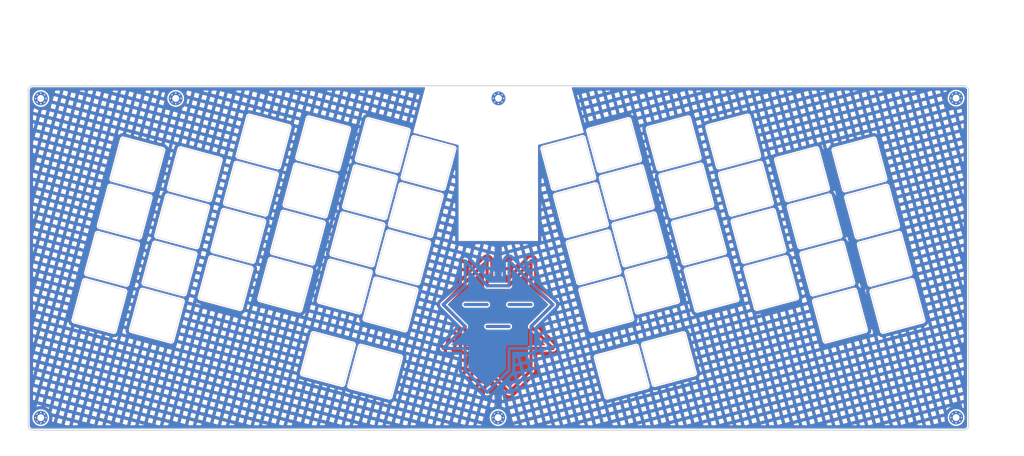
<source format=kicad_pcb>
(kicad_pcb (version 20220131) (generator pcbnew)
  (title_block (title "plate") (rev "v1.0.0") (company "Unknown"))
  (layers (0 "F.Cu" signal) (31 "B.Cu" signal) (34 "B.Paste" user) (35 "F.Paste" user) (36 "B.SilkS" user "B.Silkscreen") (37 "F.SilkS" user "F.Silkscreen") (38 "B.Mask" user) (39 "F.Mask" user) (44 "Edge.Cuts" user))
  (net 0 "")
  (footprint "MountingHole:MountingHole_2.2mm_M2_Pad_Via" (layer "F.Cu") (at 68.49 180.12)
    (fp_text reference "REF**" hide)
    (fp_text value "MountingHole_2.2mm_M2_Pad_Via")
    (pad "1" thru_hole circle (at -1.65 0) (size 0.7 0.7) (drill 0.4) (layers *.Cu *.Mask))
    (pad "1" thru_hole circle (at -1.166726 -1.166726) (size 0.7 0.7) (drill 0.4) (layers *.Cu *.Mask))
    (pad "1" thru_hole circle (at -1.166726 1.166726) (size 0.7 0.7) (drill 0.4) (layers *.Cu *.Mask))
    (pad "1" thru_hole circle (at 0 -1.65) (size 0.7 0.7) (drill 0.4) (layers *.Cu *.Mask))
    (pad "1" thru_hole circle (at 0 0) (size 4.4 4.4) (drill 2.2) (layers *.Cu *.Mask))
    (pad "1" thru_hole circle (at 0 1.65) (size 0.7 0.7) (drill 0.4) (layers *.Cu *.Mask))
    (pad "1" thru_hole circle (at 1.166726 -1.166726) (size 0.7 0.7) (drill 0.4) (layers *.Cu *.Mask))
    (pad "1" thru_hole circle (at 1.166726 1.166726) (size 0.7 0.7) (drill 0.4) (layers *.Cu *.Mask))
    (pad "1" thru_hole circle (at 1.65 0) (size 0.7 0.7) (drill 0.4) (layers *.Cu *.Mask))
  )
  (footprint "MountingHole:MountingHole_2.2mm_M2_Pad_Via" (layer "F.Cu") (at 111.54 78.14)
    (fp_text reference "REF**" hide)
    (fp_text value "MountingHole_2.2mm_M2_Pad_Via")
    (pad "1" thru_hole circle (at -1.65 0) (size 0.7 0.7) (drill 0.4) (layers *.Cu *.Mask))
    (pad "1" thru_hole circle (at -1.166726 -1.166726) (size 0.7 0.7) (drill 0.4) (layers *.Cu *.Mask))
    (pad "1" thru_hole circle (at -1.166726 1.166726) (size 0.7 0.7) (drill 0.4) (layers *.Cu *.Mask))
    (pad "1" thru_hole circle (at 0 -1.65) (size 0.7 0.7) (drill 0.4) (layers *.Cu *.Mask))
    (pad "1" thru_hole circle (at 0 0) (size 4.4 4.4) (drill 2.2) (layers *.Cu *.Mask))
    (pad "1" thru_hole circle (at 0 1.65) (size 0.7 0.7) (drill 0.4) (layers *.Cu *.Mask))
    (pad "1" thru_hole circle (at 1.166726 -1.166726) (size 0.7 0.7) (drill 0.4) (layers *.Cu *.Mask))
    (pad "1" thru_hole circle (at 1.166726 1.166726) (size 0.7 0.7) (drill 0.4) (layers *.Cu *.Mask))
    (pad "1" thru_hole circle (at 1.65 0) (size 0.7 0.7) (drill 0.4) (layers *.Cu *.Mask))
  )
  (footprint "MountingHole:MountingHole_2.2mm_M2_Pad_Via" (layer "F.Cu") (at 68.51 78.15)
    (fp_text reference "REF**" hide)
    (fp_text value "MountingHole_2.2mm_M2_Pad_Via")
    (pad "1" thru_hole circle (at -1.65 0) (size 0.7 0.7) (drill 0.4) (layers *.Cu *.Mask))
    (pad "1" thru_hole circle (at -1.166726 -1.166726) (size 0.7 0.7) (drill 0.4) (layers *.Cu *.Mask))
    (pad "1" thru_hole circle (at -1.166726 1.166726) (size 0.7 0.7) (drill 0.4) (layers *.Cu *.Mask))
    (pad "1" thru_hole circle (at 0 -1.65) (size 0.7 0.7) (drill 0.4) (layers *.Cu *.Mask))
    (pad "1" thru_hole circle (at 0 0) (size 4.4 4.4) (drill 2.2) (layers *.Cu *.Mask))
    (pad "1" thru_hole circle (at 0 1.65) (size 0.7 0.7) (drill 0.4) (layers *.Cu *.Mask))
    (pad "1" thru_hole circle (at 1.166726 -1.166726) (size 0.7 0.7) (drill 0.4) (layers *.Cu *.Mask))
    (pad "1" thru_hole circle (at 1.166726 1.166726) (size 0.7 0.7) (drill 0.4) (layers *.Cu *.Mask))
    (pad "1" thru_hole circle (at 1.65 0) (size 0.7 0.7) (drill 0.4) (layers *.Cu *.Mask))
  )
  (footprint "MountingHole:MountingHole_2.2mm_M2_Pad_Via" (layer "F.Cu") (at 214.4 180.09)
    (fp_text reference "REF**" hide)
    (fp_text value "MountingHole_2.2mm_M2_Pad_Via")
    (pad "1" thru_hole circle (at -1.65 0) (size 0.7 0.7) (drill 0.4) (layers *.Cu *.Mask))
    (pad "1" thru_hole circle (at -1.166726 -1.166726) (size 0.7 0.7) (drill 0.4) (layers *.Cu *.Mask))
    (pad "1" thru_hole circle (at -1.166726 1.166726) (size 0.7 0.7) (drill 0.4) (layers *.Cu *.Mask))
    (pad "1" thru_hole circle (at 0 -1.65) (size 0.7 0.7) (drill 0.4) (layers *.Cu *.Mask))
    (pad "1" thru_hole circle (at 0 0) (size 4.4 4.4) (drill 2.2) (layers *.Cu *.Mask))
    (pad "1" thru_hole circle (at 0 1.65) (size 0.7 0.7) (drill 0.4) (layers *.Cu *.Mask))
    (pad "1" thru_hole circle (at 1.166726 -1.166726) (size 0.7 0.7) (drill 0.4) (layers *.Cu *.Mask))
    (pad "1" thru_hole circle (at 1.166726 1.166726) (size 0.7 0.7) (drill 0.4) (layers *.Cu *.Mask))
    (pad "1" thru_hole circle (at 1.65 0) (size 0.7 0.7) (drill 0.4) (layers *.Cu *.Mask))
  )
  (footprint "MountingHole:MountingHole_2.2mm_M2_Pad_Via" (layer "F.Cu") (at 360.52 180.07)
    (fp_text reference "REF**" hide)
    (fp_text value "MountingHole_2.2mm_M2_Pad_Via")
    (pad "1" thru_hole circle (at -1.65 0) (size 0.7 0.7) (drill 0.4) (layers *.Cu *.Mask))
    (pad "1" thru_hole circle (at -1.166726 -1.166726) (size 0.7 0.7) (drill 0.4) (layers *.Cu *.Mask))
    (pad "1" thru_hole circle (at -1.166726 1.166726) (size 0.7 0.7) (drill 0.4) (layers *.Cu *.Mask))
    (pad "1" thru_hole circle (at 0 -1.65) (size 0.7 0.7) (drill 0.4) (layers *.Cu *.Mask))
    (pad "1" thru_hole circle (at 0 0) (size 4.4 4.4) (drill 2.2) (layers *.Cu *.Mask))
    (pad "1" thru_hole circle (at 0 1.65) (size 0.7 0.7) (drill 0.4) (layers *.Cu *.Mask))
    (pad "1" thru_hole circle (at 1.166726 -1.166726) (size 0.7 0.7) (drill 0.4) (layers *.Cu *.Mask))
    (pad "1" thru_hole circle (at 1.166726 1.166726) (size 0.7 0.7) (drill 0.4) (layers *.Cu *.Mask))
    (pad "1" thru_hole circle (at 1.65 0) (size 0.7 0.7) (drill 0.4) (layers *.Cu *.Mask))
  )
  (footprint "MountingHole:MountingHole_2.2mm_M2_Pad_Via" (layer "F.Cu") (at 214.51 78.11)
    (fp_text reference "REF**" hide)
    (fp_text value "MountingHole_2.2mm_M2_Pad_Via")
    (pad "1" thru_hole circle (at -1.65 0) (size 0.7 0.7) (drill 0.4) (layers *.Cu *.Mask))
    (pad "1" thru_hole circle (at -1.166726 -1.166726) (size 0.7 0.7) (drill 0.4) (layers *.Cu *.Mask))
    (pad "1" thru_hole circle (at -1.166726 1.166726) (size 0.7 0.7) (drill 0.4) (layers *.Cu *.Mask))
    (pad "1" thru_hole circle (at 0 -1.65) (size 0.7 0.7) (drill 0.4) (layers *.Cu *.Mask))
    (pad "1" thru_hole circle (at 0 0) (size 4.4 4.4) (drill 2.2) (layers *.Cu *.Mask))
    (pad "1" thru_hole circle (at 0 1.65) (size 0.7 0.7) (drill 0.4) (layers *.Cu *.Mask))
    (pad "1" thru_hole circle (at 1.166726 -1.166726) (size 0.7 0.7) (drill 0.4) (layers *.Cu *.Mask))
    (pad "1" thru_hole circle (at 1.166726 1.166726) (size 0.7 0.7) (drill 0.4) (layers *.Cu *.Mask))
    (pad "1" thru_hole circle (at 1.65 0) (size 0.7 0.7) (drill 0.4) (layers *.Cu *.Mask))
  )
  (footprint "MountingHole:MountingHole_2.2mm_M2_Pad_Via" (layer "F.Cu") (at 360.51 78.06)
    (fp_text reference "REF**" hide)
    (fp_text value "MountingHole_2.2mm_M2_Pad_Via")
    (pad "1" thru_hole circle (at -1.65 0) (size 0.7 0.7) (drill 0.4) (layers *.Cu *.Mask))
    (pad "1" thru_hole circle (at -1.166726 -1.166726) (size 0.7 0.7) (drill 0.4) (layers *.Cu *.Mask))
    (pad "1" thru_hole circle (at -1.166726 1.166726) (size 0.7 0.7) (drill 0.4) (layers *.Cu *.Mask))
    (pad "1" thru_hole circle (at 0 -1.65) (size 0.7 0.7) (drill 0.4) (layers *.Cu *.Mask))
    (pad "1" thru_hole circle (at 0 0) (size 4.4 4.4) (drill 2.2) (layers *.Cu *.Mask))
    (pad "1" thru_hole circle (at 0 1.65) (size 0.7 0.7) (drill 0.4) (layers *.Cu *.Mask))
    (pad "1" thru_hole circle (at 1.166726 -1.166726) (size 0.7 0.7) (drill 0.4) (layers *.Cu *.Mask))
    (pad "1" thru_hole circle (at 1.166726 1.166726) (size 0.7 0.7) (drill 0.4) (layers *.Cu *.Mask))
    (pad "1" thru_hole circle (at 1.65 0) (size 0.7 0.7) (drill 0.4) (layers *.Cu *.Mask))
  )
  (gr_line (start 210.9 164.99) (end 210.9 157.99) (stroke (width 1)) (layer "F.Cu"))
  (gr_line (start 217.9 171.99) (end 210.9 164.99) (stroke (width 1)) (layer "F.Cu"))
  (gr_line (start 224.9 137.99) (end 231.9 143.99) (stroke (width 1)) (layer "F.Cu"))
  (gr_line (start 210.9 150.99) (end 217.9 150.99) (stroke (width 1)) (layer "F.Cu"))
  (gr_line (start 217.9 137.99) (end 224.9 129.99) (stroke (width 1)) (layer "F.Cu"))
  (gr_line (start 203.9 143.99) (end 210.9 143.99) (stroke (width 1)) (layer "F.Cu"))
  (gr_line (start 217.9 143.99) (end 224.9 143.99) (stroke (width 1)) (layer "F.Cu"))
  (gr_line (start 231.9 157.99) (end 224.9 157.99) (stroke (width 1)) (layer "F.Cu"))
  (gr_line (start 231.9 143.99) (end 224.9 150.99) (stroke (width 1)) (layer "F.Cu"))
  (gr_line (start 210.9 129.99) (end 210.9 137.99) (stroke (width 1)) (layer "F.Cu"))
  (gr_line (start 210.9 137.99) (end 217.9 137.99) (stroke (width 1)) (layer "F.Cu"))
  (gr_line (start 203.9 157.99) (end 203.9 150.99) (stroke (width 1)) (layer "F.Cu"))
  (gr_line (start 210.9 157.99) (end 203.9 157.99) (stroke (width 1)) (layer "F.Cu"))
  (gr_line (start 224.9 164.99) (end 217.9 171.99) (stroke (width 1)) (layer "F.Cu"))
  (gr_line (start 196.9 143.99) (end 210.9 129.99) (stroke (width 1)) (layer "F.Cu"))
  (gr_line (start 224.9 157.99) (end 224.9 164.99) (stroke (width 1)) (layer "F.Cu"))
  (gr_line (start 203.9 150.99) (end 196.9 143.99) (stroke (width 1)) (layer "F.Cu"))
  (gr_line (start 224.9 150.99) (end 231.9 157.99) (stroke (width 1)) (layer "F.Cu"))
  (gr_line (start 224.9 129.99) (end 224.9 137.99) (stroke (width 1)) (layer "F.Cu"))
  (gr_line (start 224.9 157.99) (end 217.9 157.99) (stroke (width 1)) (layer "B.Cu"))
  (gr_line (start 231.9 143.99) (end 224.9 150.99) (stroke (width 1)) (layer "B.Cu"))
  (gr_line (start 217.9 137.99) (end 217.9 129.99) (stroke (width 1)) (layer "B.Cu"))
  (gr_line (start 196.9 157.99) (end 203.9 150.99) (stroke (width 1)) (layer "B.Cu"))
  (gr_line (start 203.9 129.99) (end 210.9 137.99) (stroke (width 1)) (layer "B.Cu"))
  (gr_line (start 217.9 137.99) (end 217.9 129.99) (stroke (width 1)) (layer "B.Cu"))
  (gr_line (start 210.9 150.99) (end 217.9 150.99) (stroke (width 1)) (layer "B.Cu"))
  (gr_line (start 210.9 143.99) (end 203.9 143.99) (stroke (width 1)) (layer "B.Cu"))
  (gr_line (start 210.9 171.99) (end 203.9 164.99) (stroke (width 1)) (layer "B.Cu"))
  (gr_line (start 196.9 143.99) (end 203.9 137.99) (stroke (width 1)) (layer "B.Cu"))
  (gr_line (start 210.9 137.99) (end 217.9 137.99) (stroke (width 1)) (layer "B.Cu"))
  (gr_line (start 224.9 150.99) (end 224.9 157.99) (stroke (width 1)) (layer "B.Cu"))
  (gr_line (start 203.9 137.99) (end 203.9 129.99) (stroke (width 1)) (layer "B.Cu"))
  (gr_line (start 217.9 129.99) (end 231.9 143.99) (stroke (width 1)) (layer "B.Cu"))
  (gr_line (start 217.9 157.99) (end 217.9 164.99) (stroke (width 1)) (layer "B.Cu"))
  (gr_line (start 203.9 150.99) (end 196.9 143.99) (stroke (width 1)) (layer "B.Cu"))
  (gr_line (start 217.9 164.99) (end 210.9 171.99) (stroke (width 1)) (layer "B.Cu"))
  (gr_line (start 203.9 164.99) (end 203.9 157.99) (stroke (width 1)) (layer "B.Cu"))
  (gr_line (start 217.9 143.99) (end 224.9 143.99) (stroke (width 1)) (layer "B.Cu"))
  (gr_line (start 203.9 157.99) (end 196.9 157.99) (stroke (width 1)) (layer "B.Cu"))
  (gr_arc (start 338.189681 105.8576) (mid 338.56909 105.90755) (end 338.802053 106.211152) (stroke (width 0.15)) (layer "Edge.Cuts"))
  (gr_arc (start 329.256112 122.745208) (mid 328.876702 122.695258) (end 328.643739 122.391655) (stroke (width 0.15)) (layer "Edge.Cuts"))
  (gr_arc (start 127.454121 112.053163) (mid 127.150518 111.8202) (end 127.100567 111.440791) (stroke (width 0.15)) (layer "Edge.Cuts"))
  (gr_line (start 249.364524 173.864521) (end 261.921559 170.499873) (stroke (width 0.15)) (layer "Edge.Cuts"))
  (gr_line (start 245.30166 105.382603) (end 232.744625 108.74725) (stroke (width 0.15)) (layer "Edge.Cuts"))
  (gr_arc (start 362.99934 74.09066) (mid 364.06 74.53) (end 364.49934 75.59066) (stroke (width 0.3)) (layer "Edge.Cuts"))
  (gr_arc (start 192.216477 123.815693) (mid 192.52008 124.048656) (end 192.570031 124.428065) (stroke (width 0.15)) (layer "Edge.Cuts"))
  (gr_line (start 346.204278 133.836631) (end 342.839631 121.279595) (stroke (width 0.15)) (layer "Edge.Cuts"))
  (gr_line (start 154.56143 132.593962) (end 142.004394 129.229314) (stroke (width 0.15)) (layer "Edge.Cuts"))
  (gr_line (start 236.368091 122.270212) (end 248.925127 118.905564) (stroke (width 0.15)) (layer "Edge.Cuts"))
  (gr_line (start 309.973266 141.577677) (end 306.608619 129.020641) (stroke (width 0.15)) (layer "Edge.Cuts"))
  (gr_arc (start 159.62549 115.626484) (mid 159.392527 115.930087) (end 159.013118 115.980038) (stroke (width 0.15)) (layer "Edge.Cuts"))
  (gr_arc (start 162.636584 102.457076) (mid 162.940187 102.690039) (end 162.990138 103.069448) (stroke (width 0.15)) (layer "Edge.Cuts"))
  (gr_arc (start 245.387504 160.953932) (mid 245.437454 160.574522) (end 245.741057 160.341559) (stroke (width 0.15)) (layer "Edge.Cuts"))
  (gr_line (start 286.933728 127.071461) (end 283.569081 114.514425) (stroke (width 0.15)) (layer "Edge.Cuts"))
  (gr_line (start 263.954747 114.723098) (end 251.397711 118.087746) (stroke (width 0.15)) (layer "Edge.Cuts"))
  (gr_line (start 319.008705 155.979876) (end 331.565741 152.615229) (stroke (width 0.15)) (layer "Edge.Cuts"))
  (gr_line (start 289.04808 117.575665) (end 292.412728 130.1327) (stroke (width 0.15)) (layer "Edge.Cuts"))
  (gr_arc (start 259.91717 99.654655) (mid 260.296579 99.704606) (end 260.529542 100.008209) (stroke (width 0.15)) (layer "Edge.Cuts"))
  (gr_arc (start 250.9836 116.542265) (mid 250.604191 116.492314) (end 250.371228 116.188711) (stroke (width 0.15)) (layer "Edge.Cuts"))
  (gr_line (start 136.585952 130.1327) (end 139.950599 117.575665) (stroke (width 0.15)) (layer "Edge.Cuts"))
  (gr_arc (start 262.275112 169.887502) (mid 262.225162 170.266911) (end 261.921559 170.499873) (stroke (width 0.15)) (layer "Edge.Cuts"))
  (gr_arc (start 342.166701 118.768188) (mid 342.116751 119.147598) (end 341.813148 119.380561) (stroke (width 0.15)) (layer "Edge.Cuts"))
  (gr_arc (start 179.04707 120.804598) (mid 179.280033 120.500996) (end 179.659442 120.451046) (stroke (width 0.15)) (layer "Edge.Cuts"))
  (gr_line (start 121.688595 112.320029) (end 109.131559 108.955381) (stroke (width 0.15)) (layer "Edge.Cuts"))
  (gr_arc (start 131.491697 96.984721) (mid 131.188094 96.751758) (end 131.138144 96.372348) (stroke (width 0.15)) (layer "Edge.Cuts"))
  (gr_arc (start 236.368091 122.270212) (mid 235.988682 122.220261) (end 235.755719 121.916658) (stroke (width 0.15)) (layer "Edge.Cuts"))
  (gr_line (start 127.454121 112.053163) (end 140.011157 115.417811) (stroke (width 0.15)) (layer "Edge.Cuts"))
  (gr_line (start 138.380928 142.752276) (end 150.937963 146.116923) (stroke (width 0.15)) (layer "Edge.Cuts"))
  (gr_arc (start 155.019771 153.292888) (mid 155.252734 152.989285) (end 155.632144 152.939335) (stroke (width 0.15)) (layer "Edge.Cuts"))
  (gr_arc (start 176.035976 133.974007) (mid 175.732373 133.741044) (end 175.682422 133.361635) (stroke (width 0.15)) (layer "Edge.Cuts"))
  (gr_line (start 172.506714 84.939766) (end 169.142067 97.496802) (stroke (width 0.15)) (layer "Edge.Cuts"))
  (gr_line (start 160.393983 130.145095) (end 157.029335 142.70213) (stroke (width 0.15)) (layer "Edge.Cuts"))
  (gr_line (start 169.49562 98.109174) (end 182.052656 101.473822) (stroke (width 0.15)) (layer "Edge.Cuts"))
  (gr_line (start 255.081735 133.768561) (end 258.446382 146.325597) (stroke (width 0.15)) (layer "Edge.Cuts"))
  (gr_line (start 290.971305 142.139904) (end 287.606658 129.582868) (stroke (width 0.15)) (layer "Edge.Cuts"))
  (gr_line (start 342.166701 118.768188) (end 338.802053 106.211152) (stroke (width 0.15)) (layer "Edge.Cuts"))
  (gr_line (start 250.983601 116.542265) (end 263.540636 113.177617) (stroke (width 0.15)) (layer "Edge.Cuts"))
  (gr_arc (start 228.353494 94.291179) (mid 228.403445 93.91177) (end 228.707048 93.678807) (stroke (width 0.15)) (layer "Edge.Cuts"))
  (gr_line (start 118.677501 125.489437) (end 122.042149 112.932401) (stroke (width 0.15)) (layer "Edge.Cuts"))
  (gr_arc (start 113.613442 142.456915) (mid 113.917044 142.689878) (end 113.966994 143.069287) (stroke (width 0.15)) (layer "Edge.Cuts"))
  (gr_line (start 140.623529 115.064257) (end 143.988176 102.507222) (stroke (width 0.15)) (layer "Edge.Cuts"))
  (gr_line (start 173.563391 133.156189) (end 161.006355 129.791541) (stroke (width 0.15)) (layer "Edge.Cuts"))
  (gr_line (start 277.343556 165.849924) (end 273.978908 153.292888) (stroke (width 0.15)) (layer "Edge.Cuts"))
  (gr_line (start 168.469137 100.008209) (end 165.10449 112.565245) (stroke (width 0.15)) (layer "Edge.Cuts"))
  (gr_arc (start 138.380928 142.752276) (mid 138.077325 142.519313) (end 138.027374 142.139904) (stroke (width 0.15)) (layer "Edge.Cuts"))
  (gr_arc (start 327.942274 139.092267) (mid 328.321684 139.142217) (end 328.554647 139.44582) (stroke (width 0.15)) (layer "Edge.Cuts"))
  (gr_line (start 183.257622 160.341559) (end 170.700586 156.976912) (stroke (width 0.15)) (layer "Edge.Cuts"))
  (gr_arc (start 278.060715 146.116923) (mid 277.681306 146.066973) (end 277.448344 145.76337) (stroke (width 0.15)) (layer "Edge.Cuts"))
  (gr_line (start 144.661106 99.995815) (end 148.025754 87.438779) (stroke (width 0.15)) (layer "Edge.Cuts"))
  (gr_arc (start 251.044158 118.700119) (mid 251.094108 118.320709) (end 251.397711 118.087746) (stroke (width 0.15)) (layer "Edge.Cuts"))
  (gr_arc (start 141.392022 129.582868) (mid 141.624985 129.279265) (end 142.004394 129.229314) (stroke (width 0.15)) (layer "Edge.Cuts"))
  (gr_arc (start 188.1789 138.884136) (mid 188.482503 139.117099) (end 188.532454 139.496508) (stroke (width 0.15)) (layer "Edge.Cuts"))
  (gr_line (start 329.256112 122.745208) (end 341.813148 119.380561) (stroke (width 0.15)) (layer "Edge.Cuts"))
  (gr_arc (start 79.110378 149.517446) (mid 78.806775 149.284483) (end 78.756824 148.905074) (stroke (width 0.15)) (layer "Edge.Cuts"))
  (gr_arc (start 149.467177 99.445982) (mid 149.700139 99.142379) (end 150.079548 99.092429) (stroke (width 0.15)) (layer "Edge.Cuts"))
  (gr_line (start 79.110378 149.517446) (end 91.667413 152.882094) (stroke (width 0.15)) (layer "Edge.Cuts"))
  (gr_arc (start 337.331265 152.882093) (mid 336.951856 152.832143) (end 336.718894 152.52854) (stroke (width 0.15)) (layer "Edge.Cuts"))
  (gr_arc (start 245.30166 105.382603) (mid 245.68107 105.432553) (end 245.914033 105.736156) (stroke (width 0.15)) (layer "Edge.Cuts"))
  (gr_arc (start 240.466225 139.496508) (mid 240.516176 139.117099) (end 240.819779 138.884136) (stroke (width 0.15)) (layer "Edge.Cuts"))
  (gr_line (start 94.234203 91.14271) (end 90.869556 103.699745) (stroke (width 0.15)) (layer "Edge.Cuts"))
  (gr_line (start 95.29088 139.359132) (end 82.733844 135.994485) (stroke (width 0.15)) (layer "Edge.Cuts"))
  (gr_line (start 159.62549 115.626484) (end 162.990138 103.069448) (stroke (width 0.15)) (layer "Edge.Cuts"))
  (gr_arc (start 97.432938 152.615229) (mid 97.129335 152.382266) (end 97.079385 152.002856) (stroke (width 0.15)) (layer "Edge.Cuts"))
  (gr_line (start 82.121472 136.348038) (end 78.756824 148.905074) (stroke (width 0.15)) (layer "Edge.Cuts"))
  (gr_arc (start 319.86712 108.955381) (mid 320.246529 109.005332) (end 320.479492 109.308935) (stroke (width 0.15)) (layer "Edge.Cuts"))
  (gr_line (start 166.674161 87.388633) (end 154.117125 84.023986) (stroke (width 0.15)) (layer "Edge.Cuts"))
  (gr_arc (start 310.994109 128.000844) (mid 311.044059 127.621435) (end 311.347661 127.388472) (stroke (width 0.15)) (layer "Edge.Cuts"))
  (gr_line (start 175.009492 135.873042) (end 171.644845 148.430078) (stroke (width 0.15)) (layer "Edge.Cuts"))
  (gr_arc (start 178.627451 116.188711) (mid 178.394488 116.492314) (end 178.015079 116.542265) (stroke (width 0.15)) (layer "Edge.Cuts"))
  (gr_line (start 259.058755 146.67915) (end 271.615791 143.314503) (stroke (width 0.15)) (layer "Edge.Cuts"))
  (gr_arc (start 117.651019 127.388471) (mid 117.954622 127.621434) (end 118.004572 128.000844) (stroke (width 0.15)) (layer "Edge.Cuts"))
  (gr_line (start 284.949946 100.349368) (end 297.506982 96.98472) (stroke (width 0.15)) (layer "Edge.Cuts"))
  (gr_arc (start 249.339238 120.451045) (mid 249.718647 120.500996) (end 249.95161 120.804599) (stroke (width 0.15)) (layer "Edge.Cuts"))
  (gr_line (start 109.54567 107.4099) (end 122.102706 110.774547) (stroke (width 0.15)) (layer "Edge.Cuts"))
  (gr_line (start 188.178901 138.884136) (end 175.621865 135.519488) (stroke (width 0.15)) (layer "Edge.Cuts"))
  (gr_arc (start 136.585952 130.132701) (mid 136.352989 130.436304) (end 135.973579 130.486254) (stroke (width 0.15)) (layer "Edge.Cuts"))
  (gr_line (start 183.084647 105.736156) (end 179.719999 118.293192) (stroke (width 0.15)) (layer "Edge.Cuts"))
  (gr_line (start 150.493659 97.546947) (end 163.050695 100.911595) (stroke (width 0.15)) (layer "Edge.Cuts"))
  (gr_arc (start 260.455947 156.916355) (mid 260.505897 156.536945) (end 260.8095 156.303982) (stroke (width 0.15)) (layer "Edge.Cuts"))
  (gr_arc (start 157.382888 143.314503) (mid 157.079285 143.08154) (end 157.029335 142.70213) (stroke (width 0.15)) (layer "Edge.Cuts"))
  (gr_line (start 259.856613 97.496802) (end 256.491965 84.939766) (stroke (width 0.15)) (layer "Edge.Cuts"))
  (gr_line (start 130.465215 98.883755) (end 127.100567 111.440791) (stroke (width 0.15)) (layer "Edge.Cuts"))
  (gr_line (start 315.829543 93.886938) (end 303.272507 97.251586) (stroke (width 0.15)) (layer "Edge.Cuts"))
  (gr_line (start 170.088214 157.330465) (end 166.723567 169.887501) (stroke (width 0.15)) (layer "Edge.Cuts"))
  (gr_line (start 101.470516 137.546786) (end 114.027552 140.911433) (stroke (width 0.15)) (layer "Edge.Cuts"))
  (gr_arc (start 331.919294 152.002856) (mid 331.869344 152.382266) (end 331.565741 152.615229) (stroke (width 0.15)) (layer "Edge.Cuts"))
  (gr_line (start 179.047069 120.804599) (end 175.682422 133.361635) (stroke (width 0.15)) (layer "Edge.Cuts"))
  (gr_line (start 161.420466 128.24606) (end 173.977502 131.610707) (stroke (width 0.15)) (layer "Edge.Cuts"))
  (gr_arc (start 293.883515 83.46176) (mid 294.262924 83.51171) (end 294.495887 83.815312) (stroke (width 0.15)) (layer "Edge.Cuts"))
  (gr_arc (start 278.858574 96.934575) (mid 278.808623 97.313984) (end 278.50502 97.546947) (stroke (width 0.15)) (layer "Edge.Cuts"))
  (gr_line (start 86.159049 121.279595) (end 82.794401 133.836631) (stroke (width 0.15)) (layer "Edge.Cuts"))
  (gr_arc (start 329.316669 124.903062) (mid 329.366619 124.523652) (end 329.670222 124.290689) (stroke (width 0.15)) (layer "Edge.Cuts"))
  (gr_arc (start 64.50066 75.59066) (mid 64.94 74.53) (end 66.00066 74.09066) (stroke (width 0.3)) (layer "Edge.Cuts"))
  (gr_line (start 278.919131 99.092429) (end 266.362095 102.457076) (stroke (width 0.15)) (layer "Edge.Cuts"))
  (gr_line (start 134.502792 83.815312) (end 131.138144 96.372348) (stroke (width 0.15)) (layer "Edge.Cuts"))
  (gr_arc (start 87.185531 119.380561) (mid 86.881928 119.147598) (end 86.831978 118.768188) (stroke (width 0.15)) (layer "Edge.Cuts"))
  (gr_line (start 333.354246 139.971505) (end 336.718894 152.52854) (stroke (width 0.15)) (layer "Edge.Cuts"))
  (gr_line (start 282.956708 114.160871) (end 270.399672 117.525519) (stroke (width 0.15)) (layer "Edge.Cuts"))
  (gr_arc (start 110.602347 155.626322) (mid 110.369384 155.929925) (end 109.989975 155.979876) (stroke (width 0.15)) (layer "Edge.Cuts"))
  (gr_line (start 288.987523 115.417811) (end 301.544559 112.053163) (stroke (width 0.15)) (layer "Edge.Cuts"))
  (gr_arc (start 266.008542 103.069449) (mid 266.058492 102.690039) (end 266.362095 102.457076) (stroke (width 0.15)) (layer "Edge.Cuts"))
  (gr_line (start 334.152104 90.789156) (end 321.595068 94.153804) (stroke (width 0.15)) (layer "Edge.Cuts"))
  (gr_line (start 337.331266 152.882094) (end 349.888302 149.517446) (stroke (width 0.15)) (layer "Edge.Cuts"))
  (gr_arc (start 246.946023 101.473822) (mid 246.566614 101.423871) (end 246.333651 101.120268) (stroke (width 0.15)) (layer "Edge.Cuts"))
  (gr_arc (start 323.904697 124.023825) (mid 324.284106 124.073775) (end 324.517069 124.377377) (stroke (width 0.15)) (layer "Edge.Cuts"))
  (gr_line (start 90.196626 106.211152) (end 86.831978 118.768188) (stroke (width 0.15)) (layer "Edge.Cuts"))
  (gr_arc (start 325.218535 107.676765) (mid 324.839125 107.626815) (end 324.606162 107.323212) (stroke (width 0.15)) (layer "Edge.Cuts"))
  (gr_line (start 153.504753 84.377539) (end 150.140106 96.934575) (stroke (width 0.15)) (layer "Edge.Cuts"))
  (gr_arc (start 165.458043 113.177616) (mid 165.15444 112.944654) (end 165.10449 112.565245) (stroke (width 0.15)) (layer "Edge.Cuts"))
  (gr_line (start 278.060716 146.116923) (end 290.617752 142.752276) (stroke (width 0.15)) (layer "Edge.Cuts"))
  (gr_line (start 285.010503 102.507222) (end 288.37515 115.064257) (stroke (width 0.15)) (layer "Edge.Cuts"))
  (gr_line (start 255.021178 131.610707) (end 267.578214 128.24606) (stroke (width 0.15)) (layer "Edge.Cuts"))
  (gr_line (start 122.390061 129.020641) (end 119.025413 141.577677) (stroke (width 0.15)) (layer "Edge.Cuts"))
  (gr_arc (start 107.403611 94.153804) (mid 107.707214 94.386767) (end 107.757165 94.766176) (stroke (width 0.15)) (layer "Edge.Cuts"))
  (gr_line (start 314.971128 140.911433) (end 327.528164 137.546786) (stroke (width 0.15)) (layer "Edge.Cuts"))
  (gr_line (start 64.50066 75.59066) (end 64.50066 182.58934) (stroke (width 0.3)) (layer "Edge.Cuts"))
  (gr_arc (start 325.279093 109.834619) (mid 325.329043 109.45521) (end 325.632645 109.222247) (stroke (width 0.15)) (layer "Edge.Cuts"))
  (gr_line (start 152.008677 166.462296) (end 164.565713 169.826944) (stroke (width 0.15)) (layer "Edge.Cuts"))
  (gr_line (start 327.881717 136.934413) (end 324.517069 124.377377) (stroke (width 0.15)) (layer "Edge.Cuts"))
  (gr_line (start 253.376815 135.519488) (end 240.819779 138.884136) (stroke (width 0.15)) (layer "Edge.Cuts"))
  (gr_arc (start 197.280538 106.848216) (mid 197.047575 107.151819) (end 196.668165 107.201769) (stroke (width 0.15)) (layer "Edge.Cuts"))
  (gr_arc (start 145.429599 114.514425) (mid 145.662562 114.210822) (end 146.041971 114.160871) (stroke (width 0.15)) (layer "Edge.Cuts"))
  (gr_line (start 310.994108 128.000844) (end 314.358755 140.55788) (stroke (width 0.15)) (layer "Edge.Cuts"))
  (gr_arc (start 297.062677 145.554697) (mid 296.683268 145.504746) (end 296.450305 145.201143) (stroke (width 0.15)) (layer "Edge.Cuts"))
  (gr_arc (start 284.949946 100.349368) (mid 284.570536 100.299418) (end 284.337573 99.995815) (stroke (width 0.15)) (layer "Edge.Cuts"))
  (gr_line (start 157.382889 143.314503) (end 169.939925 146.67915) (stroke (width 0.15)) (layer "Edge.Cuts"))
  (gr_line (start 286.994285 129.229314) (end 274.437249 132.593962) (stroke (width 0.15)) (layer "Edge.Cuts"))
  (gr_arc (start 342.227258 120.926042) (mid 342.606668 120.975992) (end 342.839631 121.279595) (stroke (width 0.15)) (layer "Edge.Cuts"))
  (gr_arc (start 301.958669 113.598645) (mid 302.338079 113.648595) (end 302.571042 113.952198) (stroke (width 0.15)) (layer "Edge.Cuts"))
  (gr_line (start 242.969004 88.563232) (end 246.333651 101.120268) (stroke (width 0.15)) (layer "Edge.Cuts"))
  (gr_arc (start 297.860534 96.372348) (mid 297.810584 96.751757) (end 297.506982 96.98472) (stroke (width 0.15)) (layer "Edge.Cuts"))
  (gr_line (start 269.985562 115.980038) (end 282.542598 112.61539) (stroke (width 0.15)) (layer "Edge.Cuts"))
  (gr_line (start 240.405668 137.338655) (end 252.962704 133.974007) (stroke (width 0.15)) (layer "Edge.Cuts"))
  (gr_arc (start 154.561429 132.593962) (mid 154.865032 132.826925) (end 154.914983 133.206334) (stroke (width 0.15)) (layer "Edge.Cuts"))
  (gr_line (start 97.432939 152.615229) (end 109.989975 155.979876) (stroke (width 0.15)) (layer "Edge.Cuts"))
  (gr_arc (start 257.353835 148.430078) (mid 257.303884 148.809487) (end 257.000281 149.04245) (stroke (width 0.15)) (layer "Edge.Cuts"))
  (gr_arc (start 264.432966 169.826944) (mid 264.053557 169.776993) (end 263.820594 169.47339) (stroke (width 0.15)) (layer "Edge.Cuts"))
  (gr_arc (start 333.293689 137.813651) (mid 332.914279 137.763701) (end 332.681316 137.460098) (stroke (width 0.15)) (layer "Edge.Cuts"))
  (gr_line (start 185.676122 87.95086) (end 173.119087 84.586213) (stroke (width 0.15)) (layer "Edge.Cuts"))
  (gr_line (start 117.651018 127.388472) (end 105.093982 124.023824) (stroke (width 0.15)) (layer "Edge.Cuts"))
  (gr_line (start 329.316669 124.903062) (end 332.681316 137.460098) (stroke (width 0.15)) (layer "Edge.Cuts"))
  (gr_line (start 321.241515 94.766176) (end 324.606162 107.323212) (stroke (width 0.15)) (layer "Edge.Cuts"))
  (gr_line (start 327.942274 139.092267) (end 315.385238 142.456914) (stroke (width 0.15)) (layer "Edge.Cuts"))
  (gr_arc (start 170.088214 157.330466) (mid 170.321177 157.026863) (end 170.700586 156.976912) (stroke (width 0.15)) (layer "Edge.Cuts"))
  (gr_line (start 197.280538 106.848216) (end 200.645185 94.29118) (stroke (width 0.15)) (layer "Edge.Cuts"))
  (gr_line (start 264.432967 169.826944) (end 276.990002 166.462296) (stroke (width 0.15)) (layer "Edge.Cuts"))
  (gr_arc (start 255.021178 131.610707) (mid 254.641768 131.560757) (end 254.408805 131.257154) (stroke (width 0.15)) (layer "Edge.Cuts"))
  (gr_line (start 362.99934 74.09066) (end 66.00066 74.09066) (stroke (width 0.3)) (layer "Edge.Cuts"))
  (gr_arc (start 274.881553 84.023986) (mid 275.260963 84.073936) (end 275.493926 84.377539) (stroke (width 0.15)) (layer "Edge.Cuts"))
  (gr_arc (start 282.896151 112.003017) (mid 282.846201 112.382427) (end 282.542598 112.61539) (stroke (width 0.15)) (layer "Edge.Cuts"))
  (gr_arc (start 270.046119 118.137892) (mid 270.096069 117.758482) (end 270.399672 117.525519) (stroke (width 0.15)) (layer "Edge.Cuts"))
  (gr_line (start 99.328457 124.290689) (end 86.771421 120.926042) (stroke (width 0.15)) (layer "Edge.Cuts"))
  (gr_arc (start 193.242961 121.916659) (mid 193.009998 122.220262) (end 192.630588 122.270212) (stroke (width 0.15)) (layer "Edge.Cuts"))
  (gr_line (start 255.879593 84.586213) (end 243.322557 87.95086) (stroke (width 0.15)) (layer "Edge.Cuts"))
  (gr_line (start 112.556764 94.240492) (end 109.192117 106.797527) (stroke (width 0.15)) (layer "Edge.Cuts"))
  (gr_line (start 325.218535 107.676765) (end 337.77557 104.312118) (stroke (width 0.15)) (layer "Edge.Cuts"))
  (gr_arc (start 305.935689 126.509233) (mid 305.885739 126.888643) (end 305.582136 127.121606) (stroke (width 0.15)) (layer "Edge.Cuts"))
  (gr_arc (start 236.428648 124.428065) (mid 236.478599 124.048656) (end 236.782202 123.815693) (stroke (width 0.15)) (layer "Edge.Cuts"))
  (gr_line (start 107.403611 94.153804) (end 94.846575 90.789156) (stroke (width 0.15)) (layer "Edge.Cuts"))
  (gr_line (start 245.387504 160.953932) (end 248.752151 173.510968) (stroke (width 0.15)) (layer "Edge.Cuts"))
  (gr_line (start 110.602347 155.626323) (end 113.966994 143.069287) (stroke (width 0.15)) (layer "Edge.Cuts"))
  (gr_arc (start 187.122224 90.667714) (mid 187.355187 90.364111) (end 187.734596 90.31416) (stroke (width 0.15)) (layer "Edge.Cuts"))
  (gr_arc (start 125.726172 97.251586) (mid 126.029775 97.484549) (end 126.079726 97.863958) (stroke (width 0.15)) (layer "Edge.Cuts"))
  (gr_arc (start 196.254055 108.74725) (mid 196.557658 108.980213) (end 196.607608 109.359623) (stroke (width 0.15)) (layer "Edge.Cuts"))
  (gr_line (start 105.508093 122.478343) (end 118.065129 125.84299) (stroke (width 0.15)) (layer "Edge.Cuts"))
  (gr_line (start 274.023139 131.048481) (end 286.580175 127.683833) (stroke (width 0.15)) (layer "Edge.Cuts"))
  (gr_line (start 104.48161 124.377377) (end 101.116962 136.934413) (stroke (width 0.15)) (layer "Edge.Cuts"))
  (gr_arc (start 245.241102 103.224749) (mid 245.191152 103.604158) (end 244.88755 103.837121) (stroke (width 0.15)) (layer "Edge.Cuts"))
  (gr_arc (start 338.129124 103.699746) (mid 338.079173 104.079155) (end 337.77557 104.312118) (stroke (width 0.15)) (layer "Edge.Cuts"))
  (gr_line (start 114.639924 140.55788) (end 118.004572 128.000844) (stroke (width 0.15)) (layer "Edge.Cuts"))
  (gr_arc (start 364.49868 182.58868) (mid 364.05934 183.64934) (end 362.99868 184.08868) (stroke (width 0.3)) (layer "Edge.Cuts"))
  (gr_line (start 267.931767 127.633687) (end 264.567119 115.076652) (stroke (width 0.15)) (layer "Edge.Cuts"))
  (gr_line (start 164.43156 115.076652) (end 161.066912 127.633687) (stroke (width 0.15)) (layer "Edge.Cuts"))
  (gr_line (start 245.241103 103.224749) (end 241.876456 90.667713) (stroke (width 0.15)) (layer "Edge.Cuts"))
  (gr_line (start 301.898112 111.440791) (end 298.533465 98.883755) (stroke (width 0.15)) (layer "Edge.Cuts"))
  (gr_arc (start 269.985561 115.980038) (mid 269.606152 115.930087) (end 269.373189 115.626484) (stroke (width 0.15)) (layer "Edge.Cuts"))
  (gr_line (start 301.958669 113.598645) (end 289.401633 116.963292) (stroke (width 0.15)) (layer "Edge.Cuts"))
  (gr_line (start 232.391071 109.359623) (end 235.755719 121.916658) (stroke (width 0.15)) (layer "Edge.Cuts"))
  (gr_line (start 165.458043 113.177617) (end 178.015079 116.542265) (stroke (width 0.15)) (layer "Edge.Cuts"))
  (gr_arc (start 258.298092 156.976912) (mid 258.677502 157.026862) (end 258.910465 157.330465) (stroke (width 0.15)) (layer "Edge.Cuts"))
  (gr_arc (start 82.121472 136.348039) (mid 82.354435 136.044436) (end 82.733844 135.994485) (stroke (width 0.15)) (layer "Edge.Cuts"))
  (gr_arc (start 105.508092 122.478342) (mid 105.20449 122.245379) (end 105.15454 121.86597) (stroke (width 0.15)) (layer "Edge.Cuts"))
  (gr_line (start 143.634623 101.894849) (end 131.077587 98.530202) (stroke (width 0.15)) (layer "Edge.Cuts"))
  (gr_arc (start 280.972926 87.438779) (mid 281.022876 87.059369) (end 281.326479 86.826406) (stroke (width 0.15)) (layer "Edge.Cuts"))
  (gr_arc (start 319.806563 106.797528) (mid 319.756612 107.176937) (end 319.453009 107.4099) (stroke (width 0.15)) (layer "Edge.Cuts"))
  (gr_arc (start 123.416544 127.121606) (mid 123.112941 126.888643) (end 123.06299 126.509234) (stroke (width 0.15)) (layer "Edge.Cuts"))
  (gr_arc (start 104.48161 124.377378) (mid 104.714573 124.073775) (end 105.093982 124.023824) (stroke (width 0.15)) (layer "Edge.Cuts"))
  (gr_arc (start 314.971128 140.911433) (mid 314.591718 140.861483) (end 314.358755 140.55788) (stroke (width 0.15)) (layer "Edge.Cuts"))
  (gr_arc (start 323.84414 121.865971) (mid 323.794189 122.24538) (end 323.490586 122.478343) (stroke (width 0.15)) (layer "Edge.Cuts"))
  (gr_arc (start 321.241515 94.766177) (mid 321.291465 94.386767) (end 321.595068 94.153804) (stroke (width 0.15)) (layer "Edge.Cuts"))
  (gr_arc (start 91.223108 104.312117) (mid 90.919506 104.079154) (end 90.869556 103.699745) (stroke (width 0.15)) (layer "Edge.Cuts"))
  (gr_line (start 259.91717 99.654655) (end 247.360134 103.019303) (stroke (width 0.15)) (layer "Edge.Cuts"))
  (gr_line (start 323.84414 121.86597) (end 320.479492 109.308935) (stroke (width 0.15)) (layer "Edge.Cuts"))
  (gr_line (start 338.129124 103.699745) (end 334.764476 91.14271) (stroke (width 0.15)) (layer "Edge.Cuts"))
  (gr_line (start 167.07712 170.499873) (end 179.634156 173.864521) (stroke (width 0.15)) (layer "Edge.Cuts"))
  (gr_line (start 196.254055 108.74725) (end 183.697019 105.382603) (stroke (width 0.15)) (layer "Edge.Cuts"))
  (gr_arc (start 297.921092 98.530202) (mid 298.300502 98.580152) (end 298.533465 98.883755) (stroke (width 0.15)) (layer "Edge.Cuts"))
  (gr_arc (start 180.246528 173.510967) (mid 180.013565 173.81457) (end 179.634156 173.864521) (stroke (width 0.15)) (layer "Edge.Cuts"))
  (gr_line (start 249.27868 118.293192) (end 245.914033 105.736156) (stroke (width 0.15)) (layer "Edge.Cuts"))
  (gr_line (start 236.428648 124.428065) (end 239.793296 136.985101) (stroke (width 0.15)) (layer "Edge.Cuts"))
  (gr_line (start 200.291632 93.678807) (end 187.734596 90.31416) (stroke (width 0.15)) (layer "Edge.Cuts"))
  (gr_arc (start 90.196626 106.211153) (mid 90.429589 105.90755) (end 90.808998 105.857599) (stroke (width 0.15)) (layer "Edge.Cuts"))
  (gr_line (start 180.246528 173.510968) (end 183.611176 160.953932) (stroke (width 0.15)) (layer "Edge.Cuts"))
  (gr_arc (start 293.025099 130.486253) (mid 292.64569 130.436303) (end 292.412728 130.1327) (stroke (width 0.15)) (layer "Edge.Cuts"))
  (gr_line (start 315.031685 143.069287) (end 318.396332 155.626323) (stroke (width 0.15)) (layer "Edge.Cuts"))
  (gr_line (start 293.085657 132.644107) (end 296.450305 145.201143) (stroke (width 0.15)) (layer "Edge.Cuts"))
  (gr_arc (start 247.006581 103.631676) (mid 247.056531 103.252266) (end 247.360134 103.019303) (stroke (width 0.15)) (layer "Edge.Cuts"))
  (gr_arc (start 99.328458 124.29069) (mid 99.63206 124.523653) (end 99.68201 124.903062) (stroke (width 0.15)) (layer "Edge.Cuts"))
  (gr_line (start 323.904697 124.023824) (end 311.347661 127.388472) (stroke (width 0.15)) (layer "Edge.Cuts"))
  (gr_line (start 96.317363 137.460098) (end 99.68201 124.903062) (stroke (width 0.15)) (layer "Edge.Cuts"))
  (gr_arc (start 241.264083 90.31416) (mid 241.643493 90.36411) (end 241.876456 90.667713) (stroke (width 0.15)) (layer "Edge.Cuts"))
  (gr_arc (start 319.008705 155.979876) (mid 318.629295 155.929926) (end 318.396332 155.626323) (stroke (width 0.15)) (layer "Edge.Cuts"))
  (gr_arc (start 160.393983 130.145095) (mid 160.626946 129.841492) (end 161.006355 129.791541) (stroke (width 0.15)) (layer "Edge.Cuts"))
  (gr_arc (start 263.954748 114.723099) (mid 264.334157 114.773049) (end 264.567119 115.076652) (stroke (width 0.15)) (layer "Edge.Cuts"))
  (gr_arc (start 143.634624 101.89485) (mid 143.938226 102.127813) (end 143.988176 102.507222) (stroke (width 0.15)) (layer "Edge.Cuts"))
  (gr_arc (start 146.456082 112.61539) (mid 146.152479 112.382427) (end 146.102528 112.003018) (stroke (width 0.15)) (layer "Edge.Cuts"))
  (gr_line (start 132.548375 145.201143) (end 135.913022 132.644107) (stroke (width 0.15)) (layer "Edge.Cuts"))
  (gr_line (start 119.378966 142.190049) (end 131.936002 145.554697) (stroke (width 0.15)) (layer "Edge.Cuts"))
  (gr_arc (start 104.392517 107.323211) (mid 104.159554 107.626814) (end 103.780145 107.676765) (stroke (width 0.15)) (layer "Edge.Cuts"))
  (gr_arc (start 175.009492 135.873041) (mid 175.242455 135.569438) (end 175.621865 135.519488) (stroke (width 0.15)) (layer "Edge.Cuts"))
  (gr_line (start 267.992324 129.791541) (end 255.435288 133.156189) (stroke (width 0.15)) (layer "Edge.Cuts"))
  (gr_arc (start 177.600968 118.087746) (mid 177.904571 118.320709) (end 177.954522 118.700118) (stroke (width 0.15)) (layer "Edge.Cuts"))
  (gr_line (start 265.947985 100.911595) (end 278.50502 97.546947) (stroke (width 0.15)) (layer "Edge.Cuts"))
  (gr_arc (start 112.556764 94.240491) (mid 112.789727 93.936888) (end 113.169137 93.886938) (stroke (width 0.15)) (layer "Edge.Cuts"))
  (gr_arc (start 302.918954 97.863959) (mid 302.968904 97.484549) (end 303.272507 97.251586) (stroke (width 0.15)) (layer "Edge.Cuts"))
  (gr_arc (start 265.947984 100.911595) (mid 265.568575 100.861644) (end 265.335612 100.558041) (stroke (width 0.15)) (layer "Edge.Cuts"))
  (gr_arc (start 103.366035 109.222246) (mid 103.669638 109.455209) (end 103.719588 109.834619) (stroke (width 0.15)) (layer "Edge.Cuts"))
  (gr_line (start 151.550336 145.76337) (end 154.914983 133.206334) (stroke (width 0.15)) (layer "Edge.Cuts"))
  (gr_arc (start 100.444033 139.445821) (mid 100.676996 139.142218) (end 101.056405 139.092267) (stroke (width 0.15)) (layer "Edge.Cuts"))
  (gr_arc (start 333.354246 139.971505) (mid 333.404196 139.592095) (end 333.707799 139.359132) (stroke (width 0.15)) (layer "Edge.Cuts"))
  (gr_line (start 240.466225 139.496508) (end 243.830873 152.053544) (stroke (width 0.15)) (layer "Edge.Cuts"))
  (gr_arc (start 255.081735 133.768562) (mid 255.131685 133.389152) (end 255.435288 133.156189) (stroke (width 0.15)) (layer "Edge.Cuts"))
  (gr_line (start 146.456082 112.61539) (end 159.013118 115.980038) (stroke (width 0.15)) (layer "Edge.Cuts"))
  (gr_line (start 104.392517 107.323212) (end 107.757165 94.766176) (stroke (width 0.15)) (layer "Edge.Cuts"))
  (gr_line (start 274.881554 84.023986) (end 262.324518 87.388633) (stroke (width 0.15)) (layer "Edge.Cuts"))
  (gr_arc (start 185.167807 152.053545) (mid 184.934844 152.357148) (end 184.555434 152.407098) (stroke (width 0.15)) (layer "Edge.Cuts"))
  (gr_arc (start 278.919132 99.092429) (mid 279.298541 99.142379) (end 279.531503 99.445982) (stroke (width 0.15)) (layer "Edge.Cuts"))
  (gr_arc (start 259.058755 146.67915) (mid 258.679345 146.6292) (end 258.446382 146.325597) (stroke (width 0.15)) (layer "Edge.Cuts"))
  (gr_arc (start 261.970965 88.001006) (mid 262.020915 87.621596) (end 262.324518 87.388633) (stroke (width 0.15)) (layer "Edge.Cuts"))
  (gr_line (start 192.216478 123.815693) (end 179.659442 120.451046) (stroke (width 0.15)) (layer "Edge.Cuts"))
  (gr_arc (start 109.54567 107.4099) (mid 109.242067 107.176937) (end 109.192117 106.797527) (stroke (width 0.15)) (layer "Edge.Cuts"))
  (gr_line (start 261.970965 88.001006) (end 265.335612 100.558041) (stroke (width 0.15)) (layer "Edge.Cuts"))
  (gr_arc (start 114.639924 140.557879) (mid 114.406961 140.861482) (end 114.027552 140.911433) (stroke (width 0.15)) (layer "Edge.Cuts"))
  (gr_arc (start 139.597046 116.963292) (mid 139.900649 117.196255) (end 139.950599 117.575665) (stroke (width 0.15)) (layer "Edge.Cuts"))
  (gr_arc (start 327.881717 136.934413) (mid 327.831767 137.313823) (end 327.528164 137.546786) (stroke (width 0.15)) (layer "Edge.Cuts"))
  (gr_line (start 280.972926 87.438779) (end 284.337573 99.995815) (stroke (width 0.15)) (layer "Edge.Cuts"))
  (gr_line (start 253.316257 133.361635) (end 249.95161 120.804599) (stroke (width 0.15)) (layer "Edge.Cuts"))
  (gr_line (start 163.663067 100.558041) (end 167.027715 88.001006) (stroke (width 0.15)) (layer "Edge.Cuts"))
  (gr_arc (start 66.00066 184.08934) (mid 64.94 183.65) (end 64.50066 182.58934) (stroke (width 0.3)) (layer "Edge.Cuts"))
  (gr_line (start 306.895974 110.774547) (end 319.453009 107.4099) (stroke (width 0.15)) (layer "Edge.Cuts"))
  (gr_arc (start 274.083696 133.206335) (mid 274.133646 132.826925) (end 274.437249 132.593962) (stroke (width 0.15)) (layer "Edge.Cuts"))
  (gr_arc (start 253.376815 135.519488) (mid 253.756224 135.569439) (end 253.989187 135.873042) (stroke (width 0.15)) (layer "Edge.Cuts"))
  (gr_arc (start 158.599007 117.52552) (mid 158.90261 117.758482) (end 158.95256 118.137891) (stroke (width 0.15)) (layer "Edge.Cuts"))
  (gr_arc (start 240.405668 137.338655) (mid 240.026259 137.288704) (end 239.793296 136.985101) (stroke (width 0.15)) (layer "Edge.Cuts"))
  (gr_line (start 145.429599 114.514425) (end 142.064951 127.071461) (stroke (width 0.15)) (layer "Edge.Cuts"))
  (gr_line (start 274.083696 133.206334) (end 277.448344 145.76337) (stroke (width 0.15)) (layer "Edge.Cuts"))
  (gr_arc (start 189.205384 136.985102) (mid 188.972421 137.288705) (end 188.593011 137.338655) (stroke (width 0.15)) (layer "Edge.Cuts"))
  (gr_arc (start 255.879593 84.586212) (mid 256.259002 84.636163) (end 256.491965 84.939766) (stroke (width 0.15)) (layer "Edge.Cuts"))
  (gr_arc (start 277.343556 165.849924) (mid 277.293605 166.229333) (end 276.990002 166.462296) (stroke (width 0.15)) (layer "Edge.Cuts"))
  (gr_arc (start 259.856613 97.496802) (mid 259.806662 97.876211) (end 259.503059 98.109174) (stroke (width 0.15)) (layer "Edge.Cuts"))
  (gr_line (start 113.613441 142.456914) (end 101.056405 139.092267) (stroke (width 0.15)) (layer "Edge.Cuts"))
  (gr_line (start 171.998398 149.04245) (end 184.555434 152.407098) (stroke (width 0.15)) (layer "Edge.Cuts"))
  (gr_arc (start 346.264835 135.994485) (mid 346.644245 136.044435) (end 346.877208 136.348038) (stroke (width 0.15)) (layer "Edge.Cuts"))
  (gr_arc (start 232.330515 107.201769) (mid 231.951105 107.151819) (end 231.718142 106.848216) (stroke (width 0.15)) (layer "Edge.Cuts"))
  (gr_line (start 241.264083 90.31416) (end 228.707048 93.678807) (stroke (width 0.15)) (layer "Edge.Cuts"))
  (gr_line (start 155.019771 153.292888) (end 151.655124 165.849924) (stroke (width 0.15)) (layer "Edge.Cuts"))
  (gr_line (start 162.636584 102.457076) (end 150.079548 99.092429) (stroke (width 0.15)) (layer "Edge.Cuts"))
  (gr_arc (start 253.316258 133.361635) (mid 253.266307 133.741044) (end 252.962704 133.974007) (stroke (width 0.15)) (layer "Edge.Cuts"))
  (gr_arc (start 171.998399 149.04245) (mid 171.694796 148.809487) (end 171.644845 148.430078) (stroke (width 0.15)) (layer "Edge.Cuts"))
  (gr_arc (start 135.559468 132.031735) (mid 135.863071 132.264698) (end 135.913022 132.644107) (stroke (width 0.15)) (layer "Edge.Cuts"))
  (gr_line (start 66.00066 184.08934) (end 362.99868 184.08868) (stroke (width 0.3)) (layer "Edge.Cuts"))
  (gr_line (start 260.455947 156.916355) (end 263.820594 169.47339) (stroke (width 0.15)) (layer "Edge.Cuts"))
  (gr_line (start 266.008542 103.069448) (end 269.373189 115.626484) (stroke (width 0.15)) (layer "Edge.Cuts"))
  (gr_arc (start 151.550335 145.763371) (mid 151.317372 146.066973) (end 150.937963 146.116923) (stroke (width 0.15)) (layer "Edge.Cuts"))
  (gr_line (start 189.205384 136.985101) (end 192.570031 124.428065) (stroke (width 0.15)) (layer "Edge.Cuts"))
  (gr_arc (start 185.676122 87.95086) (mid 185.979725 88.183823) (end 186.029676 88.563232) (stroke (width 0.15)) (layer "Edge.Cuts"))
  (gr_arc (start 285.010503 102.507222) (mid 285.060453 102.127812) (end 285.364056 101.894849) (stroke (width 0.15)) (layer "Edge.Cuts"))
  (gr_arc (start 126.427638 113.952199) (mid 126.660601 113.648596) (end 127.04001 113.598645) (stroke (width 0.15)) (layer "Edge.Cuts"))
  (gr_line (start 364.49868 182.58868) (end 364.49934 75.59066) (stroke (width 0.3)) (layer "Edge.Cuts"))
  (gr_line (start 263.89419 112.565245) (end 260.529542 100.008209) (stroke (width 0.15)) (layer "Edge.Cuts"))
  (gr_line (start 180.073552 118.905564) (end 192.630588 122.270212) (stroke (width 0.15)) (layer "Edge.Cuts"))
  (gr_arc (start 100.35494 122.391654) (mid 100.121977 122.695257) (end 99.742568 122.745208) (stroke (width 0.15)) (layer "Edge.Cuts"))
  (gr_arc (start 152.008678 166.462296) (mid 151.705075 166.229333) (end 151.655124 165.849924) (stroke (width 0.15)) (layer "Edge.Cuts"))
  (gr_arc (start 183.084646 105.736156) (mid 183.317609 105.432553) (end 183.697019 105.382603) (stroke (width 0.15)) (layer "Edge.Cuts"))
  (gr_arc (start 172.506715 84.939765) (mid 172.739678 84.636163) (end 173.119087 84.586213) (stroke (width 0.15)) (layer "Edge.Cuts"))
  (gr_line (start 246.946024 101.473822) (end 259.503059 98.109174) (stroke (width 0.15)) (layer "Edge.Cuts"))
  (gr_line (start 310.933551 125.84299) (end 323.490586 122.478343) (stroke (width 0.15)) (layer "Edge.Cuts"))
  (gr_line (start 262.275113 169.887501) (end 258.910465 157.330465) (stroke (width 0.15)) (layer "Edge.Cuts"))
  (gr_line (start 83.147955 134.449003) (end 95.704991 137.813651) (stroke (width 0.15)) (layer "Edge.Cuts"))
  (gr_arc (start 140.623529 115.064257) (mid 140.390566 115.36786) (end 140.011157 115.417811) (stroke (width 0.15)) (layer "Edge.Cuts"))
  (gr_line (start 319.86712 108.955381) (end 307.310084 112.320029) (stroke (width 0.15)) (layer "Edge.Cuts"))
  (gr_arc (start 118.677501 125.489436) (mid 118.444538 125.793039) (end 118.065129 125.84299) (stroke (width 0.15)) (layer "Edge.Cuts"))
  (gr_arc (start 290.971305 142.139903) (mid 290.921355 142.519313) (end 290.617752 142.752276) (stroke (width 0.15)) (layer "Edge.Cuts"))
  (gr_line (start 100.444033 139.44582) (end 97.079385 152.002856) (stroke (width 0.15)) (layer "Edge.Cuts"))
  (gr_arc (start 350.241855 148.905073) (mid 350.191905 149.284483) (end 349.888302 149.517446) (stroke (width 0.15)) (layer "Edge.Cuts"))
  (gr_line (start 258.298093 156.976912) (end 245.741057 160.341559) (stroke (width 0.15)) (layer "Edge.Cuts"))
  (gr_line (start 147.6722 86.826406) (end 135.115164 83.461759) (stroke (width 0.15)) (layer "Edge.Cuts"))
  (gr_arc (start 153.504753 84.37754) (mid 153.737716 84.073937) (end 154.117125 84.023986) (stroke (width 0.15)) (layer "Edge.Cuts"))
  (gr_arc (start 274.023138 131.048481) (mid 273.643729 130.99853) (end 273.410766 130.694927) (stroke (width 0.15)) (layer "Edge.Cuts"))
  (gr_arc (start 167.077119 170.499873) (mid 166.773517 170.26691) (end 166.723567 169.887501) (stroke (width 0.15)) (layer "Edge.Cuts"))
  (gr_line (start 278.858574 96.934575) (end 275.493926 84.377539) (stroke (width 0.15)) (layer "Edge.Cuts"))
  (gr_line (start 305.996246 128.667087) (end 293.439211 132.031735) (stroke (width 0.15)) (layer "Edge.Cuts"))
  (gr_line (start 306.956531 112.932401) (end 310.321178 125.489437) (stroke (width 0.15)) (layer "Edge.Cuts"))
  (gr_arc (start 132.548375 145.201144) (mid 132.315412 145.504747) (end 131.936002 145.554697) (stroke (width 0.15)) (layer "Edge.Cuts"))
  (gr_arc (start 267.931767 127.633687) (mid 267.881817 128.013097) (end 267.578214 128.24606) (stroke (width 0.15)) (layer "Edge.Cuts"))
  (gr_line (start 91.223109 104.312118) (end 103.780145 107.676765) (stroke (width 0.15)) (layer "Edge.Cuts"))
  (gr_line (start 333.293689 137.813651) (end 345.850725 134.449003) (stroke (width 0.15)) (layer "Edge.Cuts"))
  (gr_arc (start 134.502792 83.815313) (mid 134.735755 83.51171) (end 135.115164 83.461759) (stroke (width 0.15)) (layer "Edge.Cuts"))
  (gr_line (start 158.599007 117.525519) (end 146.041971 114.160871) (stroke (width 0.15)) (layer "Edge.Cuts"))
  (gr_line (start 108.519187 109.308935) (end 105.15454 121.86597) (stroke (width 0.15)) (layer "Edge.Cuts"))
  (gr_arc (start 249.364524 173.864521) (mid 248.985114 173.814571) (end 248.752151 173.510968) (stroke (width 0.15)) (layer "Edge.Cuts"))
  (gr_arc (start 305.996247 128.667087) (mid 306.375656 128.717038) (end 306.608619 129.020641) (stroke (width 0.15)) (layer "Edge.Cuts"))
  (gr_arc (start 164.43156 115.076652) (mid 164.664523 114.773049) (end 165.043932 114.723098) (stroke (width 0.15)) (layer "Edge.Cuts"))
  (gr_line (start 305.935689 126.509234) (end 302.571042 113.952198) (stroke (width 0.15)) (layer "Edge.Cuts"))
  (gr_line (start 346.264835 135.994485) (end 333.707799 139.359132) (stroke (width 0.15)) (layer "Edge.Cuts"))
  (gr_arc (start 170.552297 146.325596) (mid 170.319334 146.629199) (end 169.939925 146.67915) (stroke (width 0.15)) (layer "Edge.Cuts"))
  (gr_line (start 184.11113 103.837121) (end 196.668165 107.201769) (stroke (width 0.15)) (layer "Edge.Cuts"))
  (gr_line (start 135.559469 132.031735) (end 123.002433 128.667087) (stroke (width 0.15)) (layer "Edge.Cuts"))
  (gr_arc (start 173.563391 133.15619) (mid 173.866994 133.389152) (end 173.916944 133.768561) (stroke (width 0.15)) (layer "Edge.Cuts"))
  (gr_line (start 331.919294 152.002856) (end 328.554647 139.44582) (stroke (width 0.15)) (layer "Edge.Cuts"))
  (gr_arc (start 122.39006 129.02064) (mid 122.623023 128.717037) (end 123.002433 128.667087) (stroke (width 0.15)) (layer "Edge.Cuts"))
  (gr_arc (start 144.661106 99.995814) (mid 144.428143 100.299417) (end 144.048734 100.349368) (stroke (width 0.15)) (layer "Edge.Cuts"))
  (gr_arc (start 169.495621 98.109174) (mid 169.192018 97.876211) (end 169.142067 97.496802) (stroke (width 0.15)) (layer "Edge.Cuts"))
  (gr_arc (start 122.715078 110.420993) (mid 122.482115 110.724596) (end 122.102706 110.774547) (stroke (width 0.15)) (layer "Edge.Cuts"))
  (gr_arc (start 306.956531 112.932402) (mid 307.006481 112.552992) (end 307.310084 112.320029) (stroke (width 0.15)) (layer "Edge.Cuts"))
  (gr_arc (start 282.956709 114.160871) (mid 283.336118 114.210822) (end 283.569081 114.514425) (stroke (width 0.15)) (layer "Edge.Cuts"))
  (gr_line (start 185.167806 152.053544) (end 188.532454 139.496508) (stroke (width 0.15)) (layer "Edge.Cuts"))
  (gr_line (start 176.035975 133.974007) (end 188.593011 137.338655) (stroke (width 0.15)) (layer "Edge.Cuts"))
  (gr_line (start 293.883515 83.461759) (end 281.326479 86.826406) (stroke (width 0.15)) (layer "Edge.Cuts"))
  (gr_line (start 297.860535 96.372348) (end 294.495887 83.815312) (stroke (width 0.15)) (layer "Edge.Cuts"))
  (gr_line (start 187.122224 90.667713) (end 183.757576 103.224749) (stroke (width 0.15)) (layer "Edge.Cuts"))
  (gr_arc (start 108.519187 109.308935) (mid 108.75215 109.005332) (end 109.131559 108.955381) (stroke (width 0.15)) (layer "Edge.Cuts"))
  (gr_arc (start 166.674162 87.388633) (mid 166.977765 87.621596) (end 167.027715 88.001006) (stroke (width 0.15)) (layer "Edge.Cuts"))
  (gr_line (start 181.638545 103.019303) (end 169.081509 99.654655) (stroke (width 0.15)) (layer "Edge.Cuts"))
  (gr_line (start 282.896151 112.003018) (end 279.531503 99.445982) (stroke (width 0.15)) (layer "Edge.Cuts"))
  (gr_line (start 123.416544 127.121606) (end 135.973579 130.486254) (stroke (width 0.15)) (layer "Edge.Cuts"))
  (gr_arc (start 130.465215 98.883756) (mid 130.698178 98.580153) (end 131.077587 98.530202) (stroke (width 0.15)) (layer "Edge.Cuts"))
  (gr_arc (start 150.493659 97.546946) (mid 150.190056 97.313984) (end 150.140106 96.934575) (stroke (width 0.15)) (layer "Edge.Cuts"))
  (gr_arc (start 147.672201 86.826406) (mid 147.975804 87.059369) (end 148.025754 87.438779) (stroke (width 0.15)) (layer "Edge.Cuts"))
  (gr_arc (start 271.969344 142.70213) (mid 271.919394 143.08154) (end 271.615791 143.314503) (stroke (width 0.15)) (layer "Edge.Cuts"))
  (gr_arc (start 155.587913 130.694927) (mid 155.35495 130.99853) (end 154.975541 131.048481) (stroke (width 0.15)) (layer "Edge.Cuts"))
  (gr_arc (start 315.031685 143.069287) (mid 315.081635 142.689877) (end 315.385238 142.456914) (stroke (width 0.15)) (layer "Edge.Cuts"))
  (gr_line (start 141.392022 129.582868) (end 138.027374 142.139904) (stroke (width 0.15)) (layer "Edge.Cuts"))
  (gr_line (start 271.969344 142.70213) (end 268.604697 130.145095) (stroke (width 0.15)) (layer "Edge.Cuts"))
  (gr_arc (start 119.378967 142.190049) (mid 119.075364 141.957086) (end 119.025413 141.577677) (stroke (width 0.15)) (layer "Edge.Cuts"))
  (gr_arc (start 165.178085 169.47339) (mid 164.945122 169.776993) (end 164.565713 169.826944) (stroke (width 0.15)) (layer "Edge.Cuts"))
  (gr_line (start 125.726172 97.251586) (end 113.169137 93.886938) (stroke (width 0.15)) (layer "Edge.Cuts"))
  (gr_line (start 87.185532 119.380561) (end 99.742568 122.745208) (stroke (width 0.15)) (layer "Edge.Cuts"))
  (gr_line (start 244.443245 152.407098) (end 257.000281 149.04245) (stroke (width 0.15)) (layer "Edge.Cuts"))
  (gr_line (start 350.241855 148.905074) (end 346.877208 136.348038) (stroke (width 0.15)) (layer "Edge.Cuts"))
  (gr_arc (start 83.147954 134.449004) (mid 82.844351 134.216041) (end 82.794401 133.836631) (stroke (width 0.15)) (layer "Edge.Cuts"))
  (gr_arc (start 232.391071 109.359622) (mid 232.441022 108.980213) (end 232.744625 108.74725) (stroke (width 0.15)) (layer "Edge.Cuts"))
  (gr_arc (start 249.27868 118.293191) (mid 249.22873 118.672601) (end 248.925127 118.905564) (stroke (width 0.15)) (layer "Edge.Cuts"))
  (gr_arc (start 289.04808 117.575665) (mid 289.09803 117.196255) (end 289.401633 116.963292) (stroke (width 0.15)) (layer "Edge.Cuts"))
  (gr_arc (start 86.159049 121.279596) (mid 86.392012 120.975993) (end 86.771421 120.926042) (stroke (width 0.15)) (layer "Edge.Cuts"))
  (gr_line (start 257.353835 148.430078) (end 253.989187 135.873042) (stroke (width 0.15)) (layer "Edge.Cuts"))
  (gr_line (start 297.062677 145.554697) (end 309.619713 142.190049) (stroke (width 0.15)) (layer "Edge.Cuts"))
  (gr_line (start 249.339238 120.451046) (end 236.782202 123.815693) (stroke (width 0.15)) (layer "Edge.Cuts"))
  (gr_line (start 177.600968 118.087746) (end 165.043932 114.723098) (stroke (width 0.15)) (layer "Edge.Cuts"))
  (gr_line (start 273.366536 152.939335) (end 260.8095 156.303982) (stroke (width 0.15)) (layer "Edge.Cuts"))
  (gr_line (start 247.006581 103.631675) (end 250.371228 116.188711) (stroke (width 0.15)) (layer "Edge.Cuts"))
  (gr_arc (start 286.994286 129.229314) (mid 287.373695 129.279265) (end 287.606658 129.582868) (stroke (width 0.15)) (layer "Edge.Cuts"))
  (gr_arc (start 301.898112 111.44079) (mid 301.848162 111.8202) (end 301.544559 112.053163) (stroke (width 0.15)) (layer "Edge.Cuts"))
  (gr_arc (start 94.234203 91.14271) (mid 94.467166 90.839107) (end 94.846575 90.789156) (stroke (width 0.15)) (layer "Edge.Cuts"))
  (gr_arc (start 180.073553 118.905564) (mid 179.76995 118.672601) (end 179.719999 118.293192) (stroke (width 0.15)) (layer "Edge.Cuts"))
  (gr_line (start 103.366034 109.222247) (end 90.808998 105.857599) (stroke (width 0.15)) (layer "Edge.Cuts"))
  (gr_arc (start 286.933728 127.07146) (mid 286.883778 127.45087) (end 286.580175 127.683833) (stroke (width 0.15)) (layer "Edge.Cuts"))
  (gr_line (start 182.665028 101.120268) (end 186.029676 88.563232) (stroke (width 0.15)) (layer "Edge.Cuts"))
  (gr_arc (start 95.29088 139.359132) (mid 95.594483 139.592095) (end 95.644433 139.971505) (stroke (width 0.15)) (layer "Edge.Cuts"))
  (gr_line (start 139.597046 116.963292) (end 127.04001 113.598645) (stroke (width 0.15)) (layer "Edge.Cuts"))
  (gr_arc (start 101.470515 137.546786) (mid 101.166912 137.313823) (end 101.116962 136.934413) (stroke (width 0.15)) (layer "Edge.Cuts"))
  (gr_arc (start 181.638545 103.019303) (mid 181.942148 103.252266) (end 181.992099 103.631675) (stroke (width 0.15)) (layer "Edge.Cuts"))
  (gr_line (start 193.242961 121.916658) (end 196.607608 109.359623) (stroke (width 0.15)) (layer "Edge.Cuts"))
  (gr_line (start 155.587913 130.694927) (end 158.95256 118.137891) (stroke (width 0.15)) (layer "Edge.Cuts"))
  (gr_arc (start 346.204277 133.836631) (mid 346.154327 134.21604) (end 345.850725 134.449003) (stroke (width 0.15)) (layer "Edge.Cuts"))
  (gr_arc (start 273.366535 152.939335) (mid 273.745945 152.989285) (end 273.978908 153.292888) (stroke (width 0.15)) (layer "Edge.Cuts"))
  (gr_line (start 174.589874 131.257154) (end 177.954522 118.700118) (stroke (width 0.15)) (layer "Edge.Cuts"))
  (gr_line (start 131.491698 96.98472) (end 144.048734 100.349368) (stroke (width 0.15)) (layer "Edge.Cuts"))
  (gr_line (start 297.921092 98.530202) (end 285.364056 101.894849) (stroke (width 0.15)) (layer "Edge.Cuts"))
  (gr_line (start 342.227258 120.926042) (end 329.670222 124.290689) (stroke (width 0.15)) (layer "Edge.Cuts"))
  (gr_arc (start 293.085657 132.644107) (mid 293.135608 132.264698) (end 293.439211 132.031735) (stroke (width 0.15)) (layer "Edge.Cuts"))
  (gr_arc (start 310.933551 125.84299) (mid 310.554141 125.79304) (end 310.321178 125.489437) (stroke (width 0.15)) (layer "Edge.Cuts"))
  (gr_arc (start 183.257623 160.341559) (mid 183.561226 160.574522) (end 183.611176 160.953932) (stroke (width 0.15)) (layer "Edge.Cuts"))
  (gr_line (start 168.189179 156.303982) (end 155.632144 152.939335) (stroke (width 0.15)) (layer "Edge.Cuts"))
  (gr_arc (start 168.18918 156.303982) (mid 168.492783 156.536945) (end 168.542733 156.916355) (stroke (width 0.15)) (layer "Edge.Cuts"))
  (gr_line (start 338.189681 105.857599) (end 325.632645 109.222247) (stroke (width 0.15)) (layer "Edge.Cuts"))
  (gr_line (start 319.806563 106.797527) (end 316.441915 94.240492) (stroke (width 0.15)) (layer "Edge.Cuts"))
  (gr_arc (start 96.317363 137.460097) (mid 96.0844 137.7637) (end 95.704991 137.813651) (stroke (width 0.15)) (layer "Edge.Cuts"))
  (gr_arc (start 121.688595 112.320029) (mid 121.992198 112.552992) (end 122.042149 112.932401) (stroke (width 0.15)) (layer "Edge.Cuts"))
  (gr_line (start 232.330514 107.201769) (end 244.88755 103.837121) (stroke (width 0.15)) (layer "Edge.Cuts"))
  (gr_line (start 92.279786 152.52854) (end 95.644433 139.971505) (stroke (width 0.15)) (layer "Edge.Cuts"))
  (gr_line (start 302.918954 97.863958) (end 306.283601 110.420994) (stroke (width 0.15)) (layer "Edge.Cuts"))
  (gr_arc (start 263.89419 112.565245) (mid 263.844239 112.944654) (end 263.540636 113.177617) (stroke (width 0.15)) (layer "Edge.Cuts"))
  (gr_arc (start 267.992325 129.791541) (mid 268.371734 129.841492) (end 268.604697 130.145095) (stroke (width 0.15)) (layer "Edge.Cuts"))
  (gr_arc (start 168.469137 100.008209) (mid 168.7021 99.704606) (end 169.081509 99.654655) (stroke (width 0.15)) (layer "Edge.Cuts"))
  (gr_arc (start 163.663067 100.558041) (mid 163.430104 100.861644) (end 163.050695 100.911595) (stroke (width 0.15)) (layer "Edge.Cuts"))
  (gr_arc (start 244.443245 152.407098) (mid 244.063836 152.357147) (end 243.830873 152.053544) (stroke (width 0.15)) (layer "Edge.Cuts"))
  (gr_line (start 228.353494 94.29118) (end 231.718142 106.848216) (stroke (width 0.15)) (layer "Edge.Cuts"))
  (gr_line (start 100.35494 122.391655) (end 103.719588 109.834619) (stroke (width 0.15)) (layer "Edge.Cuts"))
  (gr_arc (start 334.152104 90.789156) (mid 334.531513 90.839107) (end 334.764476 91.14271) (stroke (width 0.15)) (layer "Edge.Cuts"))
  (gr_line (start 126.427638 113.952198) (end 123.06299 126.509234) (stroke (width 0.15)) (layer "Edge.Cuts"))
  (gr_arc (start 92.279786 152.528541) (mid 92.046823 152.832144) (end 91.667413 152.882094) (stroke (width 0.15)) (layer "Edge.Cuts"))
  (gr_arc (start 288.987522 115.417811) (mid 288.608113 115.36786) (end 288.37515 115.064257) (stroke (width 0.15)) (layer "Edge.Cuts"))
  (gr_arc (start 315.829543 93.886938) (mid 316.208952 93.936889) (end 316.441915 94.240492) (stroke (width 0.15)) (layer "Edge.Cuts"))
  (gr_arc (start 184.111129 103.837122) (mid 183.807526 103.604159) (end 183.757576 103.224749) (stroke (width 0.15)) (layer "Edge.Cuts"))
  (gr_line (start 293.0251 130.486254) (end 305.582136 127.121606) (stroke (width 0.15)) (layer "Edge.Cuts"))
  (gr_line (start 178.627451 116.188711) (end 181.992099 103.631675) (stroke (width 0.15)) (layer "Edge.Cuts"))
  (gr_arc (start 142.418505 127.683833) (mid 142.114902 127.45087) (end 142.064951 127.071461) (stroke (width 0.15)) (layer "Edge.Cuts"))
  (gr_line (start 270.046119 118.137891) (end 273.410766 130.694927) (stroke (width 0.15)) (layer "Edge.Cuts"))
  (gr_line (start 165.178085 169.47339) (end 168.542733 156.916355) (stroke (width 0.15)) (layer "Edge.Cuts"))
  (gr_arc (start 161.420465 128.24606) (mid 161.116862 128.013097) (end 161.066912 127.633687) (stroke (width 0.15)) (layer "Edge.Cuts"))
  (gr_line (start 149.467176 99.445982) (end 146.102528 112.003018) (stroke (width 0.15)) (layer "Edge.Cuts"))
  (gr_arc (start 306.895974 110.774547) (mid 306.516564 110.724597) (end 306.283601 110.420994) (stroke (width 0.15)) (layer "Edge.Cuts"))
  (gr_arc (start 174.589874 131.257153) (mid 174.356911 131.560756) (end 173.977502 131.610707) (stroke (width 0.15)) (layer "Edge.Cuts"))
  (gr_line (start 142.418505 127.683833) (end 154.975541 131.048481) (stroke (width 0.15)) (layer "Edge.Cuts"))
  (gr_arc (start 182.665028 101.120268) (mid 182.432065 101.423871) (end 182.052656 101.473822) (stroke (width 0.15)) (layer "Edge.Cuts"))
  (gr_line (start 325.279092 109.834619) (end 328.643739 122.391655) (stroke (width 0.15)) (layer "Edge.Cuts"))
  (gr_line (start 122.715078 110.420994) (end 126.079726 97.863958) (stroke (width 0.15)) (layer "Edge.Cuts"))
  (gr_arc (start 309.973266 141.577676) (mid 309.923316 141.957086) (end 309.619713 142.190049) (stroke (width 0.15)) (layer "Edge.Cuts"))
  (gr_line (start 170.552297 146.325597) (end 173.916944 133.768561) (stroke (width 0.15)) (layer "Edge.Cuts"))
  (gr_line (start 251.044158 118.700118) (end 254.408805 131.257154) (stroke (width 0.15)) (layer "Edge.Cuts"))
  (gr_arc (start 242.969004 88.563233) (mid 243.018954 88.183823) (end 243.322557 87.95086) (stroke (width 0.15)) (layer "Edge.Cuts"))
  (gr_arc (start 200.291632 93.678807) (mid 200.595235 93.91177) (end 200.645185 94.29118) (stroke (width 0.15)) (layer "Edge.Cuts"))
  (zone (net 0) (net_name "") (layers F&B.Cu) (name "antena") (connect_pads (clearance 0)) (min_thickness 0.254)
    (keepout (tracks not_allowed) (vias not_allowed) (pads not_allowed) (copperpour not_allowed) (footprints not_allowed))
    (fill (thermal_gap 0.508) (thermal_bridge_width 0.508))
    (polygon (pts (xy 236.562486 69.729745) (xy 241.798326 89.117817) (xy 226.443093 93.199523) (xy 221.194312 73.763155)))
  )
  (zone (net 0) (net_name "") (layers F&B.Cu) (connect_pads (clearance 0.508)) (min_thickness 0.254) (fill yes (mode hatch) (thermal_gap 0.508) (thermal_bridge_width 0.508) (hatch_thickness 1.016) (hatch_gap 1.524) (hatch_orientation -15) (hatch_border_algorithm hatch_thickness) (hatch_min_hole_area 0.3))
    (polygon (pts (xy 214.4 191.16934) (xy 60.56 191.16934) (xy 60.56 66.03934) (xy 214.4 66.03934)))
  )
  (zone (net 0) (net_name "") (layers F&B.Cu) (name "antena") (connect_pads (clearance 0)) (min_thickness 0.254)
    (keepout (tracks not_allowed) (vias not_allowed) (pads not_allowed) (copperpour not_allowed) (footprints not_allowed))
    (fill (thermal_gap 0.508) (thermal_bridge_width 0.508))
    (polygon (pts (xy 227.181656 71.968823) (xy 227.17 123.71) (xy 201.77 123.71) (xy 201.781656 71.918823)))
  )
  (zone (net 0) (net_name "") (layers F&B.Cu) (connect_pads (clearance 0.508)) (min_thickness 0.254) (fill yes (mode hatch) (thermal_gap 0.508) (thermal_bridge_width 0.508) (hatch_thickness 1.016) (hatch_gap 1.524) (hatch_orientation 15) (hatch_border_algorithm hatch_thickness) (hatch_min_hole_area 0.3))
    (polygon (pts (xy 379.15 188.68934) (xy 214.4 188.68934) (xy 214.4 67.85934) (xy 379.15 67.85934)))
  )
  (zone (net 0) (net_name "") (layers F&B.Cu) (name "antena") (connect_pads (clearance 0)) (min_thickness 0.254)
    (keepout (tracks not_allowed) (vias not_allowed) (pads not_allowed) (copperpour not_allowed) (footprints not_allowed))
    (fill (thermal_gap 0.508) (thermal_bridge_width 0.508))
    (polygon (pts (xy 207.932223 73.183064) (xy 202.584602 93.284638) (xy 187.245727 89.141883) (xy 192.606289 68.992013)))
  )
  (zone (net 0) (net_name "") (layer "F.Cu") (connect_pads (clearance 0.508)) (min_thickness 0.254) (fill yes (thermal_gap 0.508) (thermal_bridge_width 0.508))
    (polygon (pts (xy 224.9 137.99) (xy 231.9 143.99) (xy 224.9 150.99) (xy 231.9 157.99) (xy 224.9 157.99) (xy 224.9 164.99) (xy 217.9 171.99) (xy 210.89 164.99) (xy 210.9 157.99) (xy 203.9 157.99) (xy 203.9 151) (xy 196.9 143.99) (xy 210.9 129.99) (xy 210.9 137.99) (xy 217.9 137.99) (xy 224.9 129.99)))
  )
  (zone (net 0) (net_name "") (layer "B.Cu") (connect_pads (clearance 0.508)) (min_thickness 0.254) (fill yes (thermal_gap 0.508) (thermal_bridge_width 0.508))
    (polygon (pts (xy 231.9 143.99) (xy 224.9 150.99) (xy 224.9 157.99) (xy 217.9 157.99) (xy 217.9 164.98) (xy 210.9 171.99) (xy 203.9 164.99) (xy 203.9 157.99) (xy 196.9 157.99) (xy 203.9 150.99) (xy 196.9 143.99) (xy 203.9 137.99) (xy 203.9 129.99) (xy 210.9 137.99) (xy 217.9 137.99) (xy 217.9 129.99)))
  )
)
</source>
